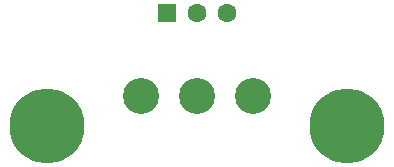
<source format=gbl>
G04 #@! TF.GenerationSoftware,KiCad,Pcbnew,5.0.0-fee4fd1~65~ubuntu17.10.1*
G04 #@! TF.CreationDate,2018-08-22T05:20:38-04:00*
G04 #@! TF.ProjectId,alarm-switch,616C61726D2D7377697463682E6B6963,rev?*
G04 #@! TF.SameCoordinates,Original*
G04 #@! TF.FileFunction,Copper,L2,Bot,Signal*
G04 #@! TF.FilePolarity,Positive*
%FSLAX46Y46*%
G04 Gerber Fmt 4.6, Leading zero omitted, Abs format (unit mm)*
G04 Created by KiCad (PCBNEW 5.0.0-fee4fd1~65~ubuntu17.10.1) date Wed Aug 22 05:20:38 2018*
%MOMM*%
%LPD*%
G01*
G04 APERTURE LIST*
G04 #@! TA.AperFunction,ComponentPad*
%ADD10C,6.350000*%
G04 #@! TD*
G04 #@! TA.AperFunction,ViaPad*
%ADD11C,1.016000*%
G04 #@! TD*
G04 #@! TA.AperFunction,ComponentPad*
%ADD12R,1.600000X1.600000*%
G04 #@! TD*
G04 #@! TA.AperFunction,ComponentPad*
%ADD13C,1.600000*%
G04 #@! TD*
G04 #@! TA.AperFunction,ComponentPad*
%ADD14C,3.048000*%
G04 #@! TD*
%ADD15C,0.350000*%
G04 APERTURE END LIST*
D10*
G04 #@! TO.P,H1,P*
G04 #@! TO.N,GND*
X111125000Y-103505000D03*
D11*
G04 #@! TD*
G04 #@! TO.N,GND*
G04 #@! TO.C,H1*
X111125000Y-101219000D03*
G04 #@! TO.N,GND*
G04 #@! TO.C,H1*
X109145266Y-102362000D03*
X109145266Y-104648000D03*
X111125000Y-105791000D03*
X113104734Y-104648000D03*
X113104734Y-102362000D03*
G04 #@! TD*
D10*
G04 #@! TO.P,H2,P*
G04 #@! TO.N,GND*
X136525000Y-103505000D03*
D11*
G04 #@! TD*
G04 #@! TO.N,GND*
G04 #@! TO.C,H2*
X136525000Y-101219000D03*
G04 #@! TO.N,GND*
G04 #@! TO.C,H2*
X134545266Y-102362000D03*
X134545266Y-104648000D03*
X136525000Y-105791000D03*
X138504734Y-104648000D03*
X138504734Y-102362000D03*
G04 #@! TD*
D12*
G04 #@! TO.P,J1,1*
G04 #@! TO.N,Net-(J1-Pad1)*
X121285000Y-93980000D03*
D13*
G04 #@! TO.P,J1,2*
G04 #@! TO.N,Net-(J1-Pad2)*
X123825000Y-93980000D03*
G04 #@! TO.P,J1,3*
G04 #@! TO.N,Net-(J1-Pad3)*
X126365000Y-93980000D03*
G04 #@! TD*
D14*
G04 #@! TO.P,SW1,1*
G04 #@! TO.N,Net-(J1-Pad1)*
X119075200Y-100965000D03*
G04 #@! TO.P,SW1,2*
G04 #@! TO.N,Net-(J1-Pad2)*
X123825000Y-100965000D03*
G04 #@! TO.P,SW1,3*
G04 #@! TO.N,Net-(J1-Pad3)*
X128574800Y-100965000D03*
G04 #@! TD*
D15*
X111125000Y-103505000D03*
X111125000Y-101219000D03*
X109145266Y-102362000D03*
X109145266Y-104648000D03*
X111125000Y-105791000D03*
X113104734Y-104648000D03*
X113104734Y-102362000D03*
X136525000Y-103505000D03*
X136525000Y-101219000D03*
X134545266Y-102362000D03*
X134545266Y-104648000D03*
X136525000Y-105791000D03*
X138504734Y-104648000D03*
X138504734Y-102362000D03*
X121285000Y-93980000D03*
X123825000Y-93980000D03*
X126365000Y-93980000D03*
X119075200Y-100965000D03*
X123825000Y-100965000D03*
X128574800Y-100965000D03*
M02*

</source>
